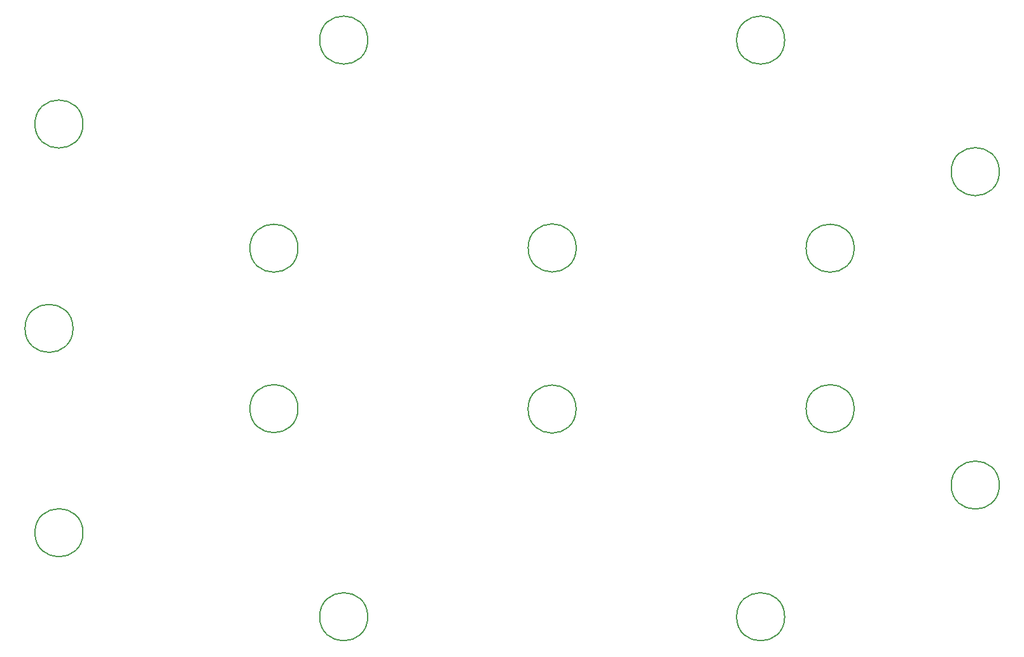
<source format=gbr>
%TF.GenerationSoftware,KiCad,Pcbnew,8.0.0*%
%TF.CreationDate,2025-01-10T11:52:10+00:00*%
%TF.ProjectId,vape_powerbank_pcb,76617065-5f70-46f7-9765-7262616e6b5f,rev?*%
%TF.SameCoordinates,Original*%
%TF.FileFunction,Other,Comment*%
%FSLAX46Y46*%
G04 Gerber Fmt 4.6, Leading zero omitted, Abs format (unit mm)*
G04 Created by KiCad (PCBNEW 8.0.0) date 2025-01-10 11:52:10*
%MOMM*%
%LPD*%
G01*
G04 APERTURE LIST*
%ADD10C,0.150000*%
G04 APERTURE END LIST*
D10*
%TO.C,REF\u002A\u002A*%
X53364338Y-92549144D02*
G75*
G02*
X46964338Y-92549144I-3200000J0D01*
G01*
X46964338Y-92549144D02*
G75*
G02*
X53364338Y-92549144I3200000J0D01*
G01*
X137438592Y-33298585D02*
G75*
G02*
X131038592Y-33298585I-3200000J0D01*
G01*
X131038592Y-33298585D02*
G75*
G02*
X137438592Y-33298585I3200000J0D01*
G01*
X15456502Y-81362920D02*
G75*
G02*
X9056502Y-81362920I-3200000J0D01*
G01*
X9056502Y-81362920D02*
G75*
G02*
X15456502Y-81362920I3200000J0D01*
G01*
X118114338Y-64846616D02*
G75*
G02*
X111714338Y-64846616I-3200000J0D01*
G01*
X111714338Y-64846616D02*
G75*
G02*
X118114338Y-64846616I3200000J0D01*
G01*
X108864338Y-92549144D02*
G75*
G02*
X102464338Y-92549144I-3200000J0D01*
G01*
X102464338Y-92549144D02*
G75*
G02*
X108864338Y-92549144I3200000J0D01*
G01*
X44072505Y-64841489D02*
G75*
G02*
X37672505Y-64841489I-3200000J0D01*
G01*
X37672505Y-64841489D02*
G75*
G02*
X44072505Y-64841489I3200000J0D01*
G01*
X81100000Y-64900000D02*
G75*
G02*
X74700000Y-64900000I-3200000J0D01*
G01*
X74700000Y-64900000D02*
G75*
G02*
X81100000Y-64900000I3200000J0D01*
G01*
X81114338Y-43452847D02*
G75*
G02*
X74714338Y-43452847I-3200000J0D01*
G01*
X74714338Y-43452847D02*
G75*
G02*
X81114338Y-43452847I3200000J0D01*
G01*
X53364338Y-15782128D02*
G75*
G02*
X46964338Y-15782128I-3200000J0D01*
G01*
X46964338Y-15782128D02*
G75*
G02*
X53364338Y-15782128I3200000J0D01*
G01*
X137438594Y-75022433D02*
G75*
G02*
X131038594Y-75022433I-3200000J0D01*
G01*
X131038594Y-75022433D02*
G75*
G02*
X137438594Y-75022433I3200000J0D01*
G01*
X15456412Y-26958020D02*
G75*
G02*
X9056412Y-26958020I-3200000J0D01*
G01*
X9056412Y-26958020D02*
G75*
G02*
X15456412Y-26958020I3200000J0D01*
G01*
X118114338Y-43484656D02*
G75*
G02*
X111714338Y-43484656I-3200000J0D01*
G01*
X111714338Y-43484656D02*
G75*
G02*
X118114338Y-43484656I3200000J0D01*
G01*
X44072505Y-43479529D02*
G75*
G02*
X37672505Y-43479529I-3200000J0D01*
G01*
X37672505Y-43479529D02*
G75*
G02*
X44072505Y-43479529I3200000J0D01*
G01*
X14132505Y-54160509D02*
G75*
G02*
X7732505Y-54160509I-3200000J0D01*
G01*
X7732505Y-54160509D02*
G75*
G02*
X14132505Y-54160509I3200000J0D01*
G01*
X108864338Y-15782126D02*
G75*
G02*
X102464338Y-15782126I-3200000J0D01*
G01*
X102464338Y-15782126D02*
G75*
G02*
X108864338Y-15782126I3200000J0D01*
G01*
%TD*%
M02*

</source>
